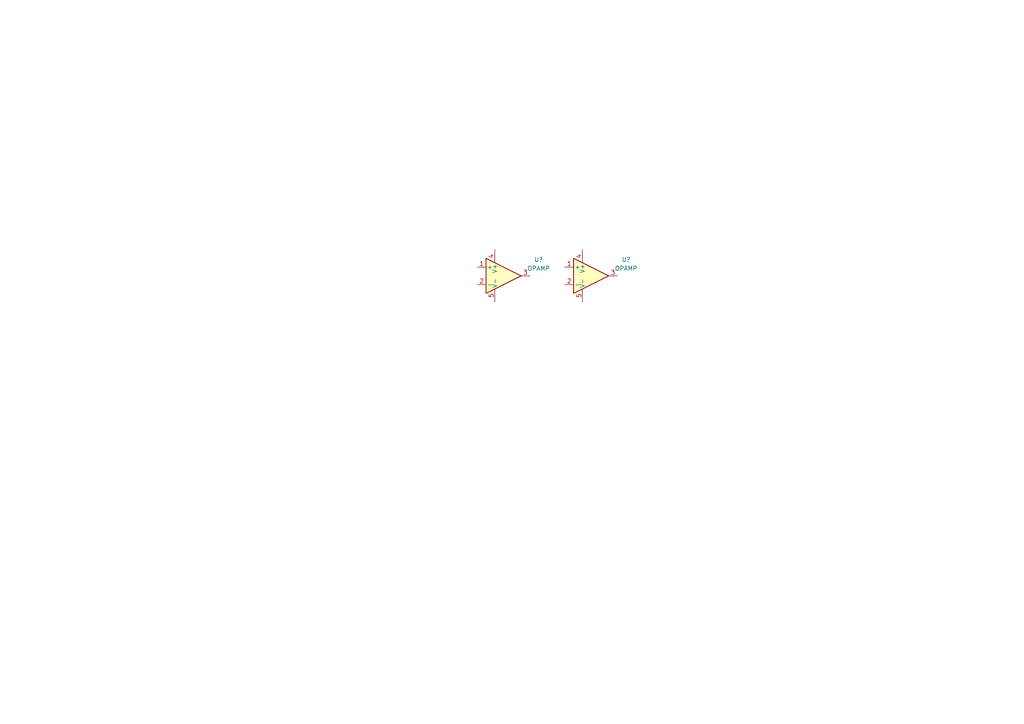
<source format=kicad_sch>
(kicad_sch (version 20211123) (generator eeschema)
  (paper "A4")
  (lib_symbols
    (symbol "pspice:OPAMP" (pin_names (offset 0.254))
      (property "Reference" "U" (at 3.81 3.175 0))
      (property "Value" "OPAMP" (at 3.81 -3.175 0))
      (symbol "OPAMP_0_1"
        (polyline (pts (xy 5.08 0) (xy -5.08 5.08) (xy -5.08 -5.08) (xy 5.08 0)) (stroke (width 0.254)) (fill (type background)))
      )
      (symbol "OPAMP_1_1"
        (pin input line (at -7.62 2.54 0) (length 2.54) (name "+") (number "1"))
        (pin input line (at -7.62 -2.54 0) (length 2.54) (name "-") (number "2"))
        (pin output line (at 7.62 0 180) (length 2.54) (name "~") (number "3"))
        (pin power_in line (at -2.54 7.62 270) (length 3.81) (name "V+") (number "4"))
        (pin power_in line (at -2.54 -7.62 90) (length 3.81) (name "V-") (number "5"))
      )
    )
  )
  (symbol (lib_id "pspice:OPAMP") (at 171.45 80.01 0) (unit 1)
    (property "Reference" "U?" (at 181.61 75.311 0))
    (property "Value" "OPAMP" (at 181.61 77.851 0))
  )
  (symbol (lib_id "pspice:OPAMP") (at 146.05 80.01 0) (unit 1)
    (property "Reference" "U?" (at 156.21 75.311 0))
    (property "Value" "OPAMP" (at 156.21 77.851 0))
  )
)
</source>
